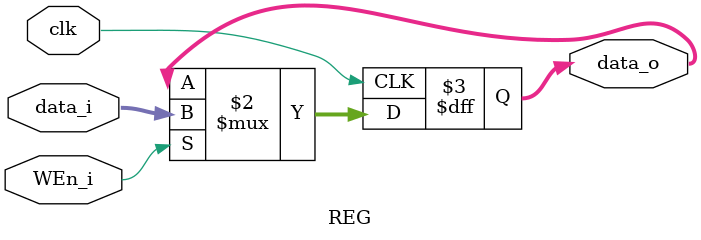
<source format=v>
module REG(data_o, data_i ,clk, WEn_i);
	input clk, WEn_i;
	input		[15:0]	data_i;
	output	[15:0]	data_o;
	
	// Declare ports' data type
	wire		clk, WEn_i;
	wire 		[15:0]	data_i;
	reg 		[15:0]	data_o;
	
	//Function description
	always @ (posedge clk) begin
		// Block of codes need to be executed
		// Use "<=" in sequential circuits
		// Use "=" in combinational circuits
		data_o <= (WEn_i) ? data_i : data_o;
		// if (WEn_i) data_o <= data_i;
		// else data_o <= 15'd0;
	end
endmodule
</source>
